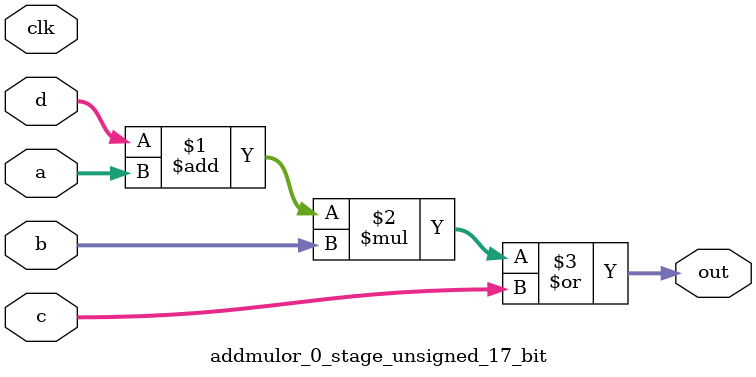
<source format=sv>
(* use_dsp = "yes" *) module addmulor_0_stage_unsigned_17_bit(
	input  [16:0] a,
	input  [16:0] b,
	input  [16:0] c,
	input  [16:0] d,
	output [16:0] out,
	input clk);

	assign out = ((d + a) * b) | c;
endmodule

</source>
